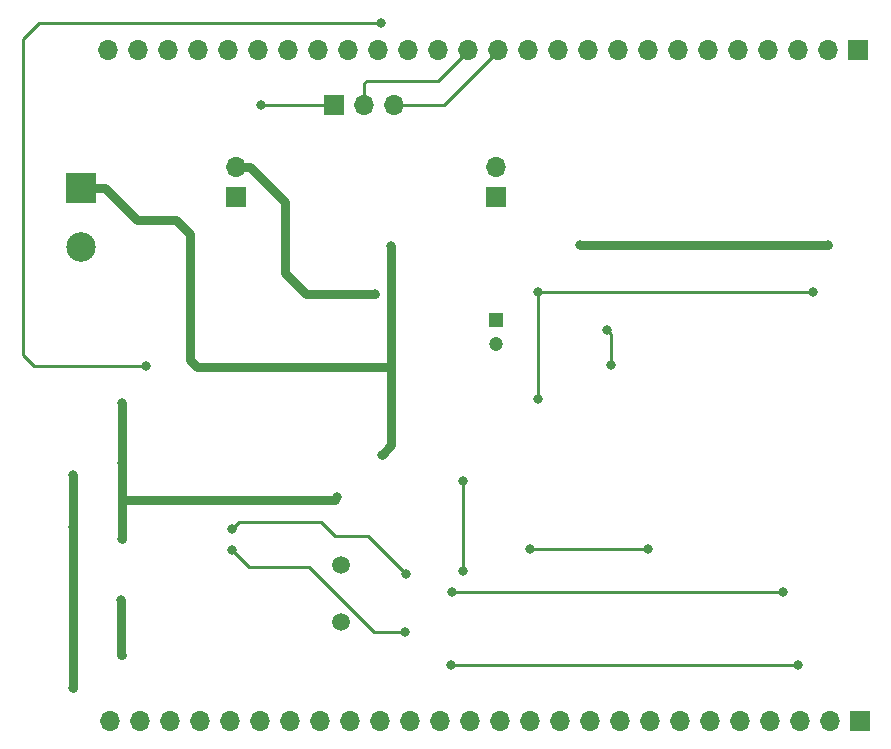
<source format=gbr>
G04 #@! TF.GenerationSoftware,KiCad,Pcbnew,(5.1.2)-1*
G04 #@! TF.CreationDate,2022-07-04T19:57:45-03:00*
G04 #@! TF.ProjectId,esp32,65737033-322e-46b6-9963-61645f706362,rev?*
G04 #@! TF.SameCoordinates,Original*
G04 #@! TF.FileFunction,Copper,L2,Bot*
G04 #@! TF.FilePolarity,Positive*
%FSLAX46Y46*%
G04 Gerber Fmt 4.6, Leading zero omitted, Abs format (unit mm)*
G04 Created by KiCad (PCBNEW (5.1.2)-1) date 2022-07-04 19:57:45*
%MOMM*%
%LPD*%
G04 APERTURE LIST*
%ADD10O,1.700000X1.700000*%
%ADD11R,1.700000X1.700000*%
%ADD12C,2.500000*%
%ADD13R,2.500000X2.500000*%
%ADD14C,1.500000*%
%ADD15C,1.200000*%
%ADD16R,1.200000X1.200000*%
%ADD17C,0.800000*%
%ADD18C,0.750000*%
%ADD19C,0.250000*%
G04 APERTURE END LIST*
D10*
X95970000Y-139490000D03*
X98510000Y-139490000D03*
X101050000Y-139490000D03*
X103590000Y-139490000D03*
X106130000Y-139490000D03*
X108670000Y-139490000D03*
X111210000Y-139490000D03*
X113750000Y-139490000D03*
X116290000Y-139490000D03*
X118830000Y-139490000D03*
X121370000Y-139490000D03*
X123910000Y-139490000D03*
X126450000Y-139490000D03*
X128990000Y-139490000D03*
X131530000Y-139490000D03*
X134070000Y-139490000D03*
X136610000Y-139490000D03*
X139150000Y-139490000D03*
X141690000Y-139490000D03*
X144230000Y-139490000D03*
X146770000Y-139490000D03*
X149310000Y-139490000D03*
X151850000Y-139490000D03*
X154390000Y-139490000D03*
X156930000Y-139490000D03*
D11*
X159470000Y-139490000D03*
X159300000Y-82700000D03*
D10*
X156760000Y-82700000D03*
X154220000Y-82700000D03*
X151680000Y-82700000D03*
X149140000Y-82700000D03*
X146600000Y-82700000D03*
X144060000Y-82700000D03*
X141520000Y-82700000D03*
X138980000Y-82700000D03*
X136440000Y-82700000D03*
X133900000Y-82700000D03*
X131360000Y-82700000D03*
X128820000Y-82700000D03*
X126280000Y-82700000D03*
X123740000Y-82700000D03*
X121200000Y-82700000D03*
X118660000Y-82700000D03*
X116120000Y-82700000D03*
X113580000Y-82700000D03*
X111040000Y-82700000D03*
X108500000Y-82700000D03*
X105960000Y-82700000D03*
X103420000Y-82700000D03*
X100880000Y-82700000D03*
X98340000Y-82700000D03*
X95800000Y-82700000D03*
X120015000Y-87300000D03*
X117475000Y-87300000D03*
D11*
X114935000Y-87300000D03*
D12*
X93480000Y-99345000D03*
D13*
X93480000Y-94345000D03*
D10*
X106580000Y-92545000D03*
D11*
X106580000Y-95085000D03*
D14*
X115480000Y-131135000D03*
X115480000Y-126235000D03*
D10*
X128580000Y-92575000D03*
D11*
X128580000Y-95115000D03*
D15*
X128580000Y-107535000D03*
D16*
X128580000Y-105535000D03*
D17*
X119760000Y-99295030D03*
X118930000Y-116975000D03*
X92830000Y-123095000D03*
X92849798Y-118655202D03*
X92825000Y-136700000D03*
X156700000Y-99200000D03*
X135694990Y-99200000D03*
X132150000Y-112225000D03*
X132150000Y-103175000D03*
X155460000Y-103165000D03*
X131525000Y-124900000D03*
X141500000Y-124900000D03*
X118350000Y-103350000D03*
X125800000Y-126800000D03*
X125800000Y-119200000D03*
X138400000Y-109300000D03*
X138050000Y-106400000D03*
X124900000Y-128550000D03*
X152920000Y-128555000D03*
X124850000Y-134750000D03*
X154190000Y-134740000D03*
X98950000Y-109450000D03*
X118860000Y-80350000D03*
X120970000Y-127055000D03*
X106280000Y-123235000D03*
X120930000Y-131965000D03*
X106240000Y-124995000D03*
X96920000Y-112515000D03*
X96920000Y-133915000D03*
X96910000Y-129245000D03*
X96939974Y-124065000D03*
X96940001Y-117664999D03*
X115190000Y-120500000D03*
X108725000Y-87300000D03*
D18*
X119760000Y-99295030D02*
X119760000Y-109535000D01*
X103335000Y-109535000D02*
X119760000Y-109535000D01*
X95480000Y-94345000D02*
X98185000Y-97050000D01*
X93480000Y-94345000D02*
X95480000Y-94345000D01*
X101500000Y-97050000D02*
X102675000Y-98225000D01*
X102675000Y-98225000D02*
X102675000Y-108875000D01*
X98185000Y-97050000D02*
X101500000Y-97050000D01*
X102675000Y-108875000D02*
X103335000Y-109535000D01*
X119760000Y-116145000D02*
X118930000Y-116975000D01*
X119760000Y-109535000D02*
X119760000Y-116145000D01*
X92849798Y-123075202D02*
X92830000Y-123095000D01*
X92849798Y-118655202D02*
X92849798Y-123075202D01*
X92830000Y-136695000D02*
X92825000Y-136700000D01*
X92830000Y-123095000D02*
X92830000Y-136695000D01*
X156700000Y-99200000D02*
X135694990Y-99200000D01*
D19*
X132150000Y-112225000D02*
X132150000Y-103175000D01*
X155450000Y-103175000D02*
X155460000Y-103165000D01*
X132150000Y-103175000D02*
X155450000Y-103175000D01*
X131525000Y-124900000D02*
X141500000Y-124900000D01*
D18*
X107782081Y-92545000D02*
X106580000Y-92545000D01*
X110750000Y-95512919D02*
X107782081Y-92545000D01*
X110750000Y-101575000D02*
X110750000Y-95512919D01*
X112525000Y-103350000D02*
X110750000Y-101575000D01*
X118350000Y-103350000D02*
X112525000Y-103350000D01*
D19*
X125800000Y-119200000D02*
X125800000Y-126800000D01*
X124250000Y-87300000D02*
X128840000Y-82710000D01*
X120015000Y-87300000D02*
X124250000Y-87300000D01*
X117475000Y-87300000D02*
X117475000Y-85500000D01*
X117475000Y-85500000D02*
X117700000Y-85275000D01*
X138400000Y-109300000D02*
X138400000Y-106750000D01*
X138400000Y-106750000D02*
X138050000Y-106400000D01*
X123735000Y-85275000D02*
X126300000Y-82710000D01*
X117700000Y-85275000D02*
X123735000Y-85275000D01*
X152915000Y-128550000D02*
X152920000Y-128555000D01*
X124900000Y-128550000D02*
X152915000Y-128550000D01*
X154180000Y-134750000D02*
X154190000Y-134740000D01*
X124850000Y-134750000D02*
X154180000Y-134750000D01*
X89950000Y-80350000D02*
X118860000Y-80350000D01*
X88550000Y-81750000D02*
X89950000Y-80350000D01*
X88550000Y-108475000D02*
X88550000Y-81750000D01*
X98950000Y-109450000D02*
X89525000Y-109450000D01*
X89525000Y-109450000D02*
X88550000Y-108475000D01*
X117750000Y-123835000D02*
X120970000Y-127055000D01*
X106280000Y-123235000D02*
X106890000Y-122625000D01*
X115010000Y-123835000D02*
X117750000Y-123835000D01*
X113800000Y-122625000D02*
X115010000Y-123835000D01*
X106890000Y-122625000D02*
X113800000Y-122625000D01*
X107680000Y-126435000D02*
X112770000Y-126435000D01*
X118300000Y-131965000D02*
X120930000Y-131965000D01*
X106240000Y-124995000D02*
X107680000Y-126435000D01*
X112770000Y-126435000D02*
X118300000Y-131965000D01*
D18*
X97150002Y-120765000D02*
X114394315Y-120765000D01*
X96940001Y-120975001D02*
X97150002Y-120765000D01*
X114394315Y-120765000D02*
X114960000Y-120765000D01*
X96940001Y-124064973D02*
X96939974Y-124065000D01*
X96910000Y-129245000D02*
X96910000Y-133905000D01*
X96910000Y-133905000D02*
X96920000Y-133915000D01*
X96920000Y-117644998D02*
X96940001Y-117664999D01*
X96920000Y-112515000D02*
X96920000Y-117644998D01*
X96940001Y-117664999D02*
X96940001Y-120975001D01*
X96940001Y-120975001D02*
X96940001Y-124064973D01*
D19*
X108725000Y-87300000D02*
X114935000Y-87300000D01*
M02*

</source>
